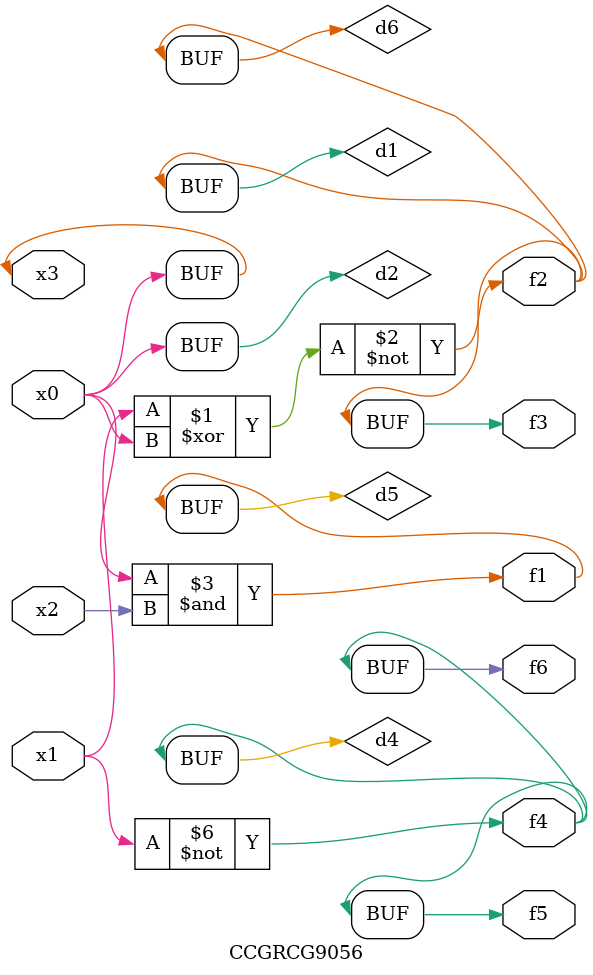
<source format=v>
module CCGRCG9056(
	input x0, x1, x2, x3,
	output f1, f2, f3, f4, f5, f6
);

	wire d1, d2, d3, d4, d5, d6;

	xnor (d1, x1, x3);
	buf (d2, x0, x3);
	nand (d3, x0, x2);
	not (d4, x1);
	nand (d5, d3);
	or (d6, d1);
	assign f1 = d5;
	assign f2 = d6;
	assign f3 = d6;
	assign f4 = d4;
	assign f5 = d4;
	assign f6 = d4;
endmodule

</source>
